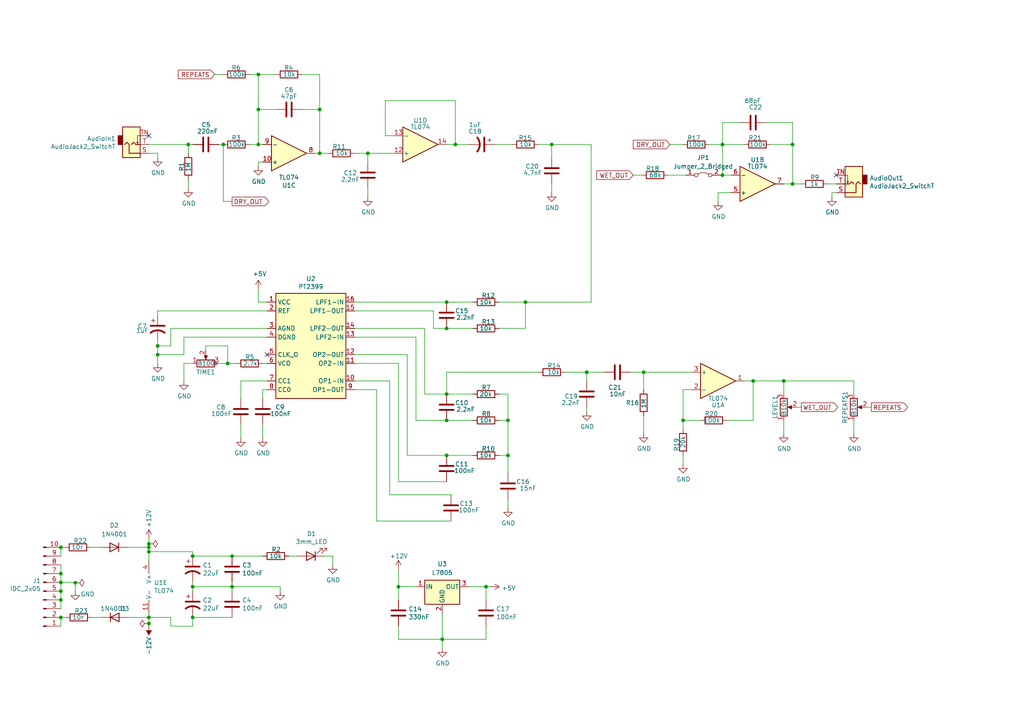
<source format=kicad_sch>
(kicad_sch (version 20230121) (generator eeschema)
  (paper "A4")
  (title_block (title "MiniDelay") (rev "v1.0") (company "benjiaomodular"))
  (junction (at 209.55 41.91))
  (junction (at 147.32 132.08))
  (junction (at 74.93 21.59))
  (junction (at 140.97 170.18))
  (junction (at 198.12 121.92))
  (junction (at 21.844 169.037))
  (junction (at 147.32 121.92))
  (junction (at 186.69 107.95))
  (junction (at 45.72 100.33))
  (junction (at 170.18 107.95))
  (junction (at 43.18 180.848))
  (junction (at 229.87 41.91))
  (junction (at 43.18 158.75))
  (junction (at 152.4 87.63))
  (junction (at 74.93 31.75))
  (junction (at 43.18 179.07))
  (junction (at 17.653 166.37))
  (junction (at 92.71 44.45))
  (junction (at 17.653 173.99))
  (junction (at 218.44 110.49))
  (junction (at 17.653 179.07))
  (junction (at 66.04 105.41))
  (junction (at 227.33 110.49))
  (junction (at 129.54 95.25))
  (junction (at 129.54 87.63))
  (junction (at 92.71 31.75))
  (junction (at 106.68 44.45))
  (junction (at 132.08 41.91))
  (junction (at 64.77 41.91))
  (junction (at 115.57 170.18))
  (junction (at 55.88 170.18))
  (junction (at 129.54 114.3))
  (junction (at 43.18 157.734))
  (junction (at 74.93 41.91))
  (junction (at 160.02 41.91))
  (junction (at 55.88 179.07))
  (junction (at 67.31 161.29))
  (junction (at 129.54 121.92))
  (junction (at 67.31 170.18))
  (junction (at 17.653 168.91))
  (junction (at 128.27 185.42))
  (junction (at 229.87 53.34))
  (junction (at 45.72 102.87))
  (junction (at 55.88 161.29))
  (junction (at 43.18 160.02))
  (junction (at 17.653 158.75))
  (junction (at 209.55 50.8))
  (junction (at 129.54 132.08))
  (junction (at 54.61 41.91))
  (junction (at 17.653 171.45))
  (no_connect (at 77.47 102.87))
  (no_connect (at 242.57 50.8))
  (no_connect (at 43.18 39.37))
  (wire (pts (xy 123.19 114.3) (xy 123.19 95.25)))
  (wire (pts (xy 214.63 35.56) (xy 209.55 35.56)))
  (wire (pts (xy 74.93 31.75) (xy 74.93 41.91)))
  (wire (pts (xy 77.47 95.25) (xy 49.53 95.25)))
  (wire (pts (xy 17.653 179.07) (xy 17.653 181.61)))
  (wire (pts (xy 53.34 102.87) (xy 53.34 97.79)))
  (wire (pts (xy 182.88 107.95) (xy 186.69 107.95)))
  (wire (pts (xy 102.87 110.49) (xy 113.03 110.49)))
  (wire (pts (xy 55.88 170.18) (xy 67.31 170.18)))
  (wire (pts (xy 81.28 170.18) (xy 81.28 171.45)))
  (wire (pts (xy 129.54 121.92) (xy 137.16 121.92)))
  (wire (pts (xy 215.9 41.91) (xy 209.55 41.91)))
  (wire (pts (xy 156.21 107.95) (xy 129.54 107.95)))
  (wire (pts (xy 147.32 132.08) (xy 144.78 132.08)))
  (wire (pts (xy 49.53 181.61) (xy 55.88 181.61)))
  (wire (pts (xy 240.03 53.34) (xy 242.57 53.34)))
  (wire (pts (xy 76.2 46.99) (xy 74.93 46.99)))
  (wire (pts (xy 21.844 169.037) (xy 21.844 171.45)))
  (wire (pts (xy 115.57 139.7) (xy 129.54 139.7)))
  (wire (pts (xy 76.2 105.41) (xy 77.47 105.41)))
  (wire (pts (xy 227.33 110.49) (xy 247.65 110.49)))
  (wire (pts (xy 160.02 55.88) (xy 160.02 53.34)))
  (wire (pts (xy 198.12 132.08) (xy 198.12 134.62)))
  (wire (pts (xy 252.73 118.11) (xy 251.46 118.11)))
  (wire (pts (xy 49.53 100.33) (xy 45.72 100.33)))
  (wire (pts (xy 232.41 118.11) (xy 231.14 118.11)))
  (wire (pts (xy 186.69 125.73) (xy 186.69 120.65)))
  (wire (pts (xy 194.31 41.91) (xy 198.12 41.91)))
  (wire (pts (xy 87.63 21.59) (xy 92.71 21.59)))
  (wire (pts (xy 186.69 107.95) (xy 186.69 113.03)))
  (wire (pts (xy 132.08 29.21) (xy 132.08 41.91)))
  (wire (pts (xy 215.9 110.49) (xy 218.44 110.49)))
  (wire (pts (xy 45.72 99.06) (xy 45.72 100.33)))
  (wire (pts (xy 140.97 170.18) (xy 142.24 170.18)))
  (wire (pts (xy 120.65 97.79) (xy 120.65 121.92)))
  (wire (pts (xy 43.18 156.21) (xy 43.18 157.734)))
  (wire (pts (xy 120.65 121.92) (xy 129.54 121.92)))
  (wire (pts (xy 218.44 110.49) (xy 227.33 110.49)))
  (wire (pts (xy 111.76 39.37) (xy 111.76 29.21)))
  (wire (pts (xy 67.31 168.91) (xy 67.31 170.18)))
  (wire (pts (xy 118.11 132.08) (xy 129.54 132.08)))
  (wire (pts (xy 17.653 173.99) (xy 17.653 176.53)))
  (wire (pts (xy 36.957 158.75) (xy 43.18 158.75)))
  (wire (pts (xy 45.72 100.33) (xy 45.72 102.87)))
  (wire (pts (xy 209.55 35.56) (xy 209.55 41.91)))
  (wire (pts (xy 74.93 87.63) (xy 77.47 87.63)))
  (wire (pts (xy 128.27 177.8) (xy 128.27 185.42)))
  (wire (pts (xy 96.52 161.29) (xy 96.52 163.83)))
  (wire (pts (xy 67.31 170.18) (xy 67.31 171.45)))
  (wire (pts (xy 113.03 143.51) (xy 130.81 143.51)))
  (wire (pts (xy 37.084 179.07) (xy 43.18 179.07)))
  (wire (pts (xy 223.52 41.91) (xy 229.87 41.91)))
  (wire (pts (xy 77.47 90.17) (xy 45.72 90.17)))
  (wire (pts (xy 43.18 179.07) (xy 49.53 179.07)))
  (wire (pts (xy 62.23 21.59) (xy 64.77 21.59)))
  (wire (pts (xy 76.2 127) (xy 76.2 123.19)))
  (wire (pts (xy 125.73 90.17) (xy 125.73 95.25)))
  (wire (pts (xy 87.63 31.75) (xy 92.71 31.75)))
  (wire (pts (xy 200.66 113.03) (xy 198.12 113.03)))
  (wire (pts (xy 66.04 105.41) (xy 63.5 105.41)))
  (wire (pts (xy 92.71 31.75) (xy 92.71 44.45)))
  (wire (pts (xy 125.73 95.25) (xy 129.54 95.25)))
  (wire (pts (xy 55.88 105.41) (xy 53.34 105.41)))
  (wire (pts (xy 45.72 90.17) (xy 45.72 91.44)))
  (wire (pts (xy 43.18 179.07) (xy 43.18 180.848)))
  (wire (pts (xy 208.28 58.42) (xy 208.28 55.88)))
  (wire (pts (xy 92.71 44.45) (xy 91.44 44.45)))
  (wire (pts (xy 123.19 95.25) (xy 102.87 95.25)))
  (wire (pts (xy 69.85 127) (xy 69.85 123.19)))
  (wire (pts (xy 55.88 179.07) (xy 67.31 179.07)))
  (wire (pts (xy 186.69 107.95) (xy 200.66 107.95)))
  (wire (pts (xy 247.65 110.49) (xy 247.65 114.3)))
  (wire (pts (xy 76.2 161.29) (xy 67.31 161.29)))
  (wire (pts (xy 171.45 87.63) (xy 152.4 87.63)))
  (wire (pts (xy 113.03 110.49) (xy 113.03 143.51)))
  (wire (pts (xy 17.653 166.37) (xy 17.653 168.91)))
  (wire (pts (xy 77.47 110.49) (xy 69.85 110.49)))
  (wire (pts (xy 111.76 29.21) (xy 132.08 29.21)))
  (wire (pts (xy 43.18 177.8) (xy 43.18 179.07)))
  (wire (pts (xy 92.71 21.59) (xy 92.71 31.75)))
  (wire (pts (xy 106.68 44.45) (xy 106.68 46.99)))
  (wire (pts (xy 17.653 158.75) (xy 17.653 161.29)))
  (wire (pts (xy 205.74 41.91) (xy 209.55 41.91)))
  (wire (pts (xy 102.87 87.63) (xy 129.54 87.63)))
  (wire (pts (xy 229.87 53.34) (xy 232.41 53.34)))
  (wire (pts (xy 229.87 53.34) (xy 227.33 53.34)))
  (wire (pts (xy 115.57 170.18) (xy 115.57 173.99)))
  (wire (pts (xy 55.88 161.29) (xy 55.88 160.02)))
  (wire (pts (xy 218.44 110.49) (xy 218.44 121.92)))
  (wire (pts (xy 152.4 87.63) (xy 152.4 95.25)))
  (wire (pts (xy 143.51 41.91) (xy 148.59 41.91)))
  (wire (pts (xy 144.78 114.3) (xy 147.32 114.3)))
  (wire (pts (xy 130.81 151.13) (xy 109.22 151.13)))
  (wire (pts (xy 49.53 179.07) (xy 49.53 181.61)))
  (wire (pts (xy 222.25 35.56) (xy 229.87 35.56)))
  (wire (pts (xy 128.27 185.42) (xy 128.27 187.96)))
  (wire (pts (xy 170.18 110.49) (xy 170.18 107.95)))
  (wire (pts (xy 66.04 100.33) (xy 59.69 100.33)))
  (wire (pts (xy 203.2 121.92) (xy 198.12 121.92)))
  (wire (pts (xy 147.32 121.92) (xy 144.78 121.92)))
  (wire (pts (xy 17.653 179.07) (xy 19.05 179.07)))
  (wire (pts (xy 147.32 114.3) (xy 147.32 121.92)))
  (wire (pts (xy 135.89 41.91) (xy 132.08 41.91)))
  (wire (pts (xy 115.57 105.41) (xy 115.57 139.7)))
  (wire (pts (xy 137.16 132.08) (xy 129.54 132.08)))
  (wire (pts (xy 106.68 57.15) (xy 106.68 54.61)))
  (wire (pts (xy 55.88 161.29) (xy 67.31 161.29)))
  (wire (pts (xy 129.54 114.3) (xy 137.16 114.3)))
  (wire (pts (xy 115.57 181.61) (xy 115.57 185.42)))
  (wire (pts (xy 17.653 163.83) (xy 17.653 166.37)))
  (wire (pts (xy 49.53 95.25) (xy 49.53 100.33)))
  (wire (pts (xy 17.653 168.91) (xy 17.653 171.45)))
  (wire (pts (xy 209.55 50.8) (xy 212.09 50.8)))
  (wire (pts (xy 45.72 102.87) (xy 53.34 102.87)))
  (wire (pts (xy 229.87 41.91) (xy 229.87 53.34)))
  (wire (pts (xy 92.71 44.45) (xy 95.25 44.45)))
  (wire (pts (xy 43.18 157.734) (xy 43.18 158.75)))
  (wire (pts (xy 109.22 113.03) (xy 102.87 113.03)))
  (wire (pts (xy 76.2 113.03) (xy 76.2 115.57)))
  (wire (pts (xy 135.89 170.18) (xy 140.97 170.18)))
  (wire (pts (xy 227.33 110.49) (xy 227.33 114.3)))
  (wire (pts (xy 83.82 161.29) (xy 86.36 161.29)))
  (wire (pts (xy 77.47 113.03) (xy 76.2 113.03)))
  (wire (pts (xy 55.88 181.61) (xy 55.88 179.07)))
  (wire (pts (xy 80.01 21.59) (xy 74.93 21.59)))
  (wire (pts (xy 63.5 41.91) (xy 64.77 41.91)))
  (wire (pts (xy 43.18 41.91) (xy 54.61 41.91)))
  (wire (pts (xy 241.3 55.88) (xy 242.57 55.88)))
  (wire (pts (xy 55.88 170.18) (xy 55.88 171.45)))
  (wire (pts (xy 160.02 41.91) (xy 171.45 41.91)))
  (wire (pts (xy 93.98 161.29) (xy 96.52 161.29)))
  (wire (pts (xy 129.54 107.95) (xy 129.54 114.3)))
  (wire (pts (xy 227.33 125.73) (xy 227.33 121.92)))
  (wire (pts (xy 209.55 41.91) (xy 209.55 50.8)))
  (wire (pts (xy 67.31 170.18) (xy 81.28 170.18)))
  (wire (pts (xy 198.882 50.8) (xy 193.802 50.8)))
  (wire (pts (xy 115.57 170.18) (xy 120.65 170.18)))
  (wire (pts (xy 72.39 21.59) (xy 74.93 21.59)))
  (wire (pts (xy 140.97 170.18) (xy 140.97 173.99)))
  (wire (pts (xy 102.87 105.41) (xy 115.57 105.41)))
  (wire (pts (xy 118.11 102.87) (xy 118.11 132.08)))
  (wire (pts (xy 152.4 95.25) (xy 144.78 95.25)))
  (wire (pts (xy 74.93 41.91) (xy 72.39 41.91)))
  (wire (pts (xy 109.22 151.13) (xy 109.22 113.03)))
  (wire (pts (xy 54.61 41.91) (xy 54.61 44.45)))
  (wire (pts (xy 102.87 97.79) (xy 120.65 97.79)))
  (wire (pts (xy 170.18 107.95) (xy 163.83 107.95)))
  (wire (pts (xy 21.844 168.91) (xy 21.844 169.037)))
  (wire (pts (xy 17.653 158.75) (xy 18.796 158.75)))
  (wire (pts (xy 171.45 41.91) (xy 171.45 87.63)))
  (wire (pts (xy 59.69 100.33) (xy 59.69 101.6)))
  (wire (pts (xy 43.18 160.02) (xy 55.88 160.02)))
  (wire (pts (xy 43.18 44.45) (xy 45.72 44.45)))
  (wire (pts (xy 64.77 58.42) (xy 67.31 58.42)))
  (wire (pts (xy 66.04 105.41) (xy 66.04 100.33)))
  (wire (pts (xy 229.87 35.56) (xy 229.87 41.91)))
  (wire (pts (xy 54.61 54.61) (xy 54.61 52.07)))
  (wire (pts (xy 147.32 132.08) (xy 147.32 137.16)))
  (wire (pts (xy 114.3 39.37) (xy 111.76 39.37)))
  (wire (pts (xy 26.67 179.07) (xy 29.464 179.07)))
  (wire (pts (xy 43.18 158.75) (xy 43.18 160.02)))
  (wire (pts (xy 74.93 83.82) (xy 74.93 87.63)))
  (wire (pts (xy 68.58 105.41) (xy 66.04 105.41)))
  (wire (pts (xy 128.27 185.42) (xy 140.97 185.42)))
  (wire (pts (xy 102.87 90.17) (xy 125.73 90.17)))
  (wire (pts (xy 156.21 41.91) (xy 160.02 41.91)))
  (wire (pts (xy 53.34 105.41) (xy 53.34 110.49)))
  (wire (pts (xy 74.93 41.91) (xy 76.2 41.91)))
  (wire (pts (xy 55.88 168.91) (xy 55.88 170.18)))
  (wire (pts (xy 114.3 44.45) (xy 106.68 44.45)))
  (wire (pts (xy 137.16 87.63) (xy 129.54 87.63)))
  (wire (pts (xy 45.72 44.45) (xy 45.72 45.72)))
  (wire (pts (xy 53.34 97.79) (xy 77.47 97.79)))
  (wire (pts (xy 140.97 185.42) (xy 140.97 181.61)))
  (wire (pts (xy 115.57 165.1) (xy 115.57 170.18)))
  (wire (pts (xy 183.642 50.8) (xy 186.182 50.8)))
  (wire (pts (xy 64.77 41.91) (xy 64.77 58.42)))
  (wire (pts (xy 175.26 107.95) (xy 170.18 107.95)))
  (wire (pts (xy 160.02 41.91) (xy 160.02 45.72)))
  (wire (pts (xy 147.32 147.32) (xy 147.32 144.78)))
  (wire (pts (xy 17.653 171.45) (xy 17.653 173.99)))
  (wire (pts (xy 247.65 125.73) (xy 247.65 121.92)))
  (wire (pts (xy 208.28 55.88) (xy 212.09 55.88)))
  (wire (pts (xy 102.87 102.87) (xy 118.11 102.87)))
  (wire (pts (xy 43.18 160.02) (xy 43.18 162.56)))
  (wire (pts (xy 17.653 168.91) (xy 21.844 168.91)))
  (wire (pts (xy 102.87 44.45) (xy 106.68 44.45)))
  (wire (pts (xy 55.88 41.91) (xy 54.61 41.91)))
  (wire (pts (xy 115.57 185.42) (xy 128.27 185.42)))
  (wire (pts (xy 147.32 121.92) (xy 147.32 132.08)))
  (wire (pts (xy 209.042 50.8) (xy 209.55 50.8)))
  (wire (pts (xy 123.19 114.3) (xy 129.54 114.3)))
  (wire (pts (xy 241.3 57.15) (xy 241.3 55.88)))
  (wire (pts (xy 198.12 113.03) (xy 198.12 121.92)))
  (wire (pts (xy 69.85 110.49) (xy 69.85 115.57)))
  (wire (pts (xy 26.416 158.75) (xy 29.337 158.75)))
  (wire (pts (xy 74.93 21.59) (xy 74.93 31.75)))
  (wire (pts (xy 129.54 95.25) (xy 137.16 95.25)))
  (wire (pts (xy 43.18 180.848) (xy 43.18 181.61)))
  (wire (pts (xy 132.08 41.91) (xy 129.54 41.91)))
  (wire (pts (xy 45.72 102.87) (xy 45.72 105.41)))
  (wire (pts (xy 144.78 87.63) (xy 152.4 87.63)))
  (wire (pts (xy 170.18 119.38) (xy 170.18 118.11)))
  (wire (pts (xy 198.12 121.92) (xy 198.12 124.46)))
  (wire (pts (xy 218.44 121.92) (xy 210.82 121.92)))
  (wire (pts (xy 80.01 31.75) (xy 74.93 31.75)))
  (wire (pts (xy 74.93 46.99) (xy 74.93 48.26)))
  (global_label "WET_OUT" (shape output) (at 232.41 118.11 0) (property "Intersheetrefs" "${INTERSHEET_REFS}" (effects hide)))
  (global_label "WET_OUT" (shape input) (at 183.642 50.8 180) (property "Intersheetrefs" "${INTERSHEET_REFS}" (effects hide)))
  (global_label "REPEATS" (shape output) (at 252.73 118.11 0) (property "Intersheetrefs" "${INTERSHEET_REFS}" (effects hide)))
  (global_label "DRY_OUT" (shape output) (at 67.31 58.42 0) (property "Intersheetrefs" "${INTERSHEET_REFS}" (effects hide)))
  (global_label "REPEATS" (shape input) (at 62.23 21.59 180) (property "Intersheetrefs" "${INTERSHEET_REFS}" (effects hide)))
  (global_label "DRY_OUT" (shape input) (at 194.31 41.91 180) (property "Intersheetrefs" "${INTERSHEET_REFS}" (effects hide)))
  (symbol (lib_id "Connector:AudioJack2_SwitchT") (at 38.1 41.91 0) (mirror x) (unit 1)
    (property "Reference" "AudioIn1" (at 33.5534 40.2082 0) (effects (justify right)))
    (property "Value" "AudioJack2_SwitchT" (at 33.5534 42.5196 0) (effects (justify right)))
    (property "Footprint" "benjiaomodular:AudioJack_3.5mm" (effects hide))
    (property "Type" "Thru-hole" (effects hide))
    (property "Manufacturers Name" "Tayda Electronics" (effects hide))
    (property "Manufacturers Part Number" "PJ-3001F" (effects hide))
    (property "Mfg #" "PJ-3001F" (effects hide))
    (property "Part Description" "PJ-3001F 3.5mm Mono Phone Jack" (effects hide))
  )
  (symbol (lib_id "Connector:AudioJack2_SwitchT") (at 247.65 53.34 180) (unit 1)
    (property "Reference" "AudioOut1" (at 252.222 51.6382 0) (effects (justify right)))
    (property "Value" "AudioJack2_SwitchT" (at 252.222 53.9496 0) (effects (justify right)))
    (property "Footprint" "benjiaomodular:AudioJack_3.5mm" (effects hide))
    (property "Type" "Thru-hole" (effects hide))
    (property "Manufacturers Name" "Tayda Electronics" (effects hide))
    (property "Manufacturers Part Number" "PJ-3001F" (effects hide))
    (property "Mfg #" "PJ-3001F" (effects hide))
    (property "Part Description" "PJ-3001F 3.5mm Mono Phone Jack" (effects hide))
  )
  (symbol (lib_id "Device:R") (at 54.61 48.26 180) (unit 1)
    (property "Reference" "R1" (at 52.705 46.99 90) (effects (justify left)))
    (property "Value" "1M" (at 54.61 46.99 90) (effects (justify left)))
    (property "Footprint" "Resistor_SMD:R_0603_1608Metric_Pad0.98x0.95mm_HandSolder" (effects hide))
    (property "LCSC Part #" "C105578" (effects hide))
    (property "Mfg #" "RC0603FR-071ML" (effects hide))
    (property "Manufacturers Name" "YAGEO" (effects hide))
    (property "Manufacturers Part Number" "RC0603FR-071ML" (effects hide))
    (property "Type" "Surface mount" (effects hide))
    (property "Package" "0603" (effects hide))
    (property "Part Description" "Thick Film Resistors - SMD 1 MOhms 100mW 0603 1% " (effects hide))
  )
  (symbol (lib_id "Device:C") (at 59.69 41.91 270) (unit 1)
    (property "Reference" "C5" (at 58.42 36.195 90) (effects (justify left)))
    (property "Value" "220nF" (at 57.15 38.1 90) (effects (justify left)))
    (property "Footprint" "Capacitor_SMD:C_0603_1608Metric_Pad1.08x0.95mm_HandSolder" (effects hide))
    (property "LCSC Part #" "C97857" (effects hide))
    (property "Mfg #" "GCM188R71H224KA64D" (effects hide))
    (property "Manufacturers Part Number" "GCM188R71H224KA64D" (effects hide))
    (property "Manufacturers Name" "Murata Electronics" (effects hide))
    (property "Type" "Surface mount" (effects hide))
    (property "Package" "0603" (effects hide))
    (property "Part Description" "Multilayer Ceramic Capacitors MLCC - SMD/SMT .22UF 50V 10% 0603" (effects hide))
  )
  (symbol (lib_id "power:GND") (at 54.61 54.61 0) (unit 1)
    (property "Reference" "#PWR04" (effects hide))
    (property "Value" "GND" (at 54.737 59.0042 0))
  )
  (symbol (lib_id "power:GND") (at 74.93 48.26 0) (unit 1)
    (property "Reference" "#PWR06" (effects hide))
    (property "Value" "GND" (at 75.057 52.6542 0))
  )
  (symbol (lib_id "Device:R") (at 236.22 53.34 270) (unit 1)
    (property "Reference" "R9" (at 234.95 51.435 90) (effects (justify left)))
    (property "Value" "1k" (at 234.95 53.34 90) (effects (justify left)))
    (property "Footprint" "Resistor_SMD:R_0603_1608Metric_Pad0.98x0.95mm_HandSolder" (effects hide))
    (property "LCSC Part #" "C22548" (effects hide))
    (property "Mfg #" "RC0603FR-071KL" (effects hide))
    (property "Manufacturers Name" "YAGEO" (effects hide))
    (property "Manufacturers Part Number" "RC0603FR-071KL" (effects hide))
    (property "Type" "Surface mount" (effects hide))
    (property "Package" "0603" (effects hide))
    (property "Part Description" "Thick Film Resistors - SMD 1 kOhms 100mW 0603 1% " (effects hide))
  )
  (symbol (lib_id "Device:R") (at 99.06 44.45 90) (unit 1)
    (property "Reference" "R11" (at 100.33 42.545 90) (effects (justify left)))
    (property "Value" "10k" (at 100.965 44.45 90) (effects (justify left)))
    (property "Footprint" "Resistor_SMD:R_0603_1608Metric_Pad0.98x0.95mm_HandSolder" (effects hide))
    (property "LCSC Part #" "C116677" (effects hide))
    (property "Mfg #" "AC0603FR-0710KL" (effects hide))
    (property "Manufacturers Part Number" "AC0603FR-0710KL" (effects hide))
    (property "Manufacturers Name" "YAGEO" (effects hide))
    (property "Package" "0603" (effects hide))
    (property "Type" "Surface mount" (effects hide))
    (property "Part Description" "Thick Film Resistors - SMD 10 kOhms 100mW 0603 1% AEC-Q200 " (effects hide))
  )
  (symbol (lib_id "power:GND") (at 45.72 45.72 0) (unit 1)
    (property "Reference" "#PWR03" (effects hide))
    (property "Value" "GND" (at 45.847 50.1142 0))
  )
  (symbol (lib_id "power:GND") (at 241.3 57.15 0) (unit 1)
    (property "Reference" "#PWR011" (effects hide))
    (property "Value" "GND" (at 241.427 61.5442 0))
  )
  (symbol (lib_id "Audio:PT2399") (at 90.17 100.33 0) (unit 1)
    (property "Reference" "U2" (at 90.17 80.8482 0))
    (property "Value" "PT2399" (at 90.17 83.1596 0))
    (property "Footprint" "Package_SO:SOP-16_4.55x10.3mm_P1.27mm" (effects hide))
    (property "Datasheet" "https://datasheet.lcsc.com/lcsc/1808031633_PTC-Princeton-Tech-PT2399-SN_C126407.pdf" (effects hide))
    (property "LCSC Part #" "C126407" (effects hide))
    (property "Mfg #" "PT2399-SN " (effects hide))
    (property "Manufacturers Part Number" "PT2399-SN" (effects hide))
    (property "Manufacturers Name" "PTC(Princeton Tech)" (effects hide))
    (property "Package" "SOP-16_150mil" (effects hide))
    (property "Type" "Surface mount" (effects hide))
    (property "Part Description" "SOP-16_150mil Audio Interface ICs ROHS" (effects hide))
  )
  (symbol (lib_id "Device:C") (at 106.68 50.8 180) (unit 1)
    (property "Reference" "C12" (at 101.6 50.165 0))
    (property "Value" "2.2nF" (at 101.6 52.07 0))
    (property "Footprint" "Capacitor_SMD:C_0603_1608Metric_Pad1.08x0.95mm_HandSolder" (effects hide))
    (property "Mfg #" "CC0603JRNPO9BN222" (effects hide))
    (property "LCSC Part #" "C107043" (effects hide))
    (property "Manufacturers Part Number" "CC0603JRNPO9BN222" (effects hide))
    (property "Manufacturers Name" "YAGEO" (effects hide))
    (property "Type" "Surface mount" (effects hide))
    (property "Package" "0603" (effects hide))
    (property "Part Description" "Multilayer Ceramic Capacitors MLCC - SMD/SMT 50V 2200pF C0G 0603 5% " (effects hide))
  )
  (symbol (lib_id "power:GND") (at 106.68 57.15 0) (unit 1)
    (property "Reference" "#PWR015" (effects hide))
    (property "Value" "GND" (at 106.807 61.5442 0))
  )
  (symbol (lib_id "Amplifier_Operational:TL074") (at 208.28 110.49 0) (unit 1)
    (property "Reference" "U1" (at 208.28 117.475 0))
    (property "Value" "TL074" (at 208.28 115.57 0))
    (property "Footprint" "Package_SO:SOIC-14_3.9x8.7mm_P1.27mm" (effects hide))
    (property "Datasheet" "http://www.ti.com/lit/ds/symlink/tl071.pdf" (effects hide))
    (property "LCSC Part #" "C107644" (effects hide))
    (property "Mfg #" "TL074IDT" (effects hide))
    (property "Manufacturers Part Number" "TL074IDT" (effects hide))
    (property "Manufacturers Name" "STMicroelectronics" (effects hide))
    (property "Type" "Surface mount" (effects hide))
    (property "Package" "SOIC-14_150mil" (effects hide))
    (property "Part Description" "Operational Amplifiers - Op Amps Quad Low Noise JFET" (effects hide))
  )
  (symbol (lib_id "Device:C") (at 115.57 177.8 0) (unit 1)
    (property "Reference" "C14" (at 118.491 176.6316 0) (effects (justify left)))
    (property "Value" "330nF" (at 118.491 178.943 0) (effects (justify left)))
    (property "Footprint" "Capacitor_SMD:C_0603_1608Metric_Pad1.08x0.95mm_HandSolder" (effects hide))
    (property "Mfg #" "CC0603KRX7R8BB334" (effects hide))
    (property "LCSC Part #" "C107070" (effects hide))
    (property "Manufacturers Part Number" "CC0603KRX7R8BB334" (effects hide))
    (property "Manufacturers Name" "YAGEO" (effects hide))
    (property "Type" "Surface mount" (effects hide))
    (property "Package" "0603" (effects hide))
    (property "Part Description" "Multilayer Ceramic Capacitors MLCC - SMD/SMT 25V 0.33uF X7R 0603 10% " (effects hide))
  )
  (symbol (lib_id "Device:C") (at 140.97 177.8 0) (unit 1)
    (property "Reference" "C17" (at 143.891 176.6316 0) (effects (justify left)))
    (property "Value" "100nF" (at 143.891 178.943 0) (effects (justify left)))
    (property "Footprint" "Capacitor_SMD:C_0603_1608Metric_Pad1.08x0.95mm_HandSolder" (effects hide))
    (property "Mfg #" "CC0603JRX7R9BB104" (effects hide))
    (property "LCSC Part #" "C91183" (effects hide))
    (property "Manufacturers Part Number" "CC0603JRX7R9BB104" (effects hide))
    (property "Manufacturers Name" "YAGEO" (effects hide))
    (property "Type" "Surface mount" (effects hide))
    (property "Package" "0603" (effects hide))
    (property "Part Description" "Multilayer Ceramic Capacitors MLCC - SMD/SMT 50 V 0.1uF X7R 0603 5% " (effects hide))
  )
  (symbol (lib_id "power:GND") (at 128.27 187.96 0) (unit 1)
    (property "Reference" "#PWR017" (effects hide))
    (property "Value" "GND" (at 128.397 192.3542 0))
  )
  (symbol (lib_id "power:+12V") (at 43.18 156.21 0) (unit 1)
    (property "Reference" "#PWR02" (effects hide))
    (property "Value" "+12V" (at 43.18 153.035 90) (effects (justify left)))
  )
  (symbol (lib_id "Amplifier_Operational:TL074") (at 219.71 53.34 0) (mirror x) (unit 2)
    (property "Reference" "U1" (at 219.71 46.355 0))
    (property "Value" "TL074" (at 219.71 48.26 0))
    (property "Footprint" "Package_SO:SOIC-14_3.9x8.7mm_P1.27mm" (effects hide))
    (property "Datasheet" "http://www.ti.com/lit/ds/symlink/tl071.pdf" (effects hide))
    (property "LCSC Part #" "C107644" (effects hide))
    (property "Mfg #" "TL074IDT" (effects hide))
    (property "Manufacturers Part Number" "TL074IDT" (effects hide))
    (property "Manufacturers Name" "STMicroelectronics" (effects hide))
    (property "Type" "Surface mount" (effects hide))
    (property "Package" "SOIC-14_150mil" (effects hide))
    (property "Part Description" "Operational Amplifiers - Op Amps Quad Low Noise JFET" (effects hide))
  )
  (symbol (lib_id "power:-12V") (at 43.18 181.61 180) (unit 1)
    (property "Reference" "#PWR01" (effects hide))
    (property "Value" "-12V" (at 43.18 187.325 90))
  )
  (symbol (lib_id "MiniDelay-rescue:CP1-Device") (at 55.88 165.1 0) (unit 1)
    (property "Reference" "C1" (at 58.801 163.9316 0) (effects (justify left)))
    (property "Value" "22uF" (at 58.801 166.243 0) (effects (justify left)))
    (property "Footprint" "Capacitor_SMD:C_0805_2012Metric_Pad1.18x1.45mm_HandSolder" (effects hide))
    (property "LCSC Part #" "C49678" (effects hide))
    (property "Mfg #" "CC0805KRX7R9BB104" (effects hide))
    (property "Manufacturers Part Number" "CC0805KRX7R9BB104" (effects hide))
    (property "Manufacturers Name" "YAGEO" (effects hide))
    (property "Type" "Surface mount" (effects hide))
    (property "Package" "0805" (effects hide))
    (property "Part Description" "Multilayer Ceramic Capacitors MLCC - SMD/SMT 50 V 0.1uF X7R 0805 10% " (effects hide))
  )
  (symbol (lib_id "MiniDelay-rescue:CP1-Device") (at 55.88 175.26 0) (unit 1)
    (property "Reference" "C2" (at 58.801 174.0916 0) (effects (justify left)))
    (property "Value" "22uF" (at 58.801 176.403 0) (effects (justify left)))
    (property "Footprint" "Capacitor_SMD:C_0805_2012Metric_Pad1.18x1.45mm_HandSolder" (effects hide))
    (property "LCSC Part #" "C49678" (effects hide))
    (property "Mfg #" "CC0805KRX7R9BB104" (effects hide))
    (property "Manufacturers Part Number" "CC0805KRX7R9BB104" (effects hide))
    (property "Manufacturers Name" "YAGEO" (effects hide))
    (property "Type" "Surface mount" (effects hide))
    (property "Package" "0805" (effects hide))
    (property "Part Description" "Multilayer Ceramic Capacitors MLCC - SMD/SMT 50 V 0.1uF X7R 0805 10% " (effects hide))
  )
  (symbol (lib_id "power:+12V") (at 115.57 165.1 0) (unit 1)
    (property "Reference" "#PWR014" (effects hide))
    (property "Value" "+12V" (at 113.03 161.29 0) (effects (justify left)))
  )
  (symbol (lib_id "power:+5V") (at 142.24 170.18 270) (unit 1)
    (property "Reference" "#PWR018" (effects hide))
    (property "Value" "+5V" (at 145.4912 170.561 90) (effects (justify left)))
  )
  (symbol (lib_id "Device:C") (at 67.31 165.1 0) (unit 1)
    (property "Reference" "C3" (at 70.231 163.9316 0) (effects (justify left)))
    (property "Value" "100nF" (at 70.231 166.243 0) (effects (justify left)))
    (property "Footprint" "Capacitor_SMD:C_0603_1608Metric_Pad1.08x0.95mm_HandSolder" (effects hide))
    (property "Mfg #" "CC0603JRX7R9BB104" (effects hide))
    (property "LCSC Part #" "C91183" (effects hide))
    (property "Manufacturers Part Number" "CC0603JRX7R9BB104" (effects hide))
    (property "Manufacturers Name" "YAGEO" (effects hide))
    (property "Type" "Surface mount" (effects hide))
    (property "Package" "0603" (effects hide))
    (property "Part Description" "Multilayer Ceramic Capacitors MLCC - SMD/SMT 50 V 0.1uF X7R 0603 5% " (effects hide))
  )
  (symbol (lib_id "Device:C") (at 67.31 175.26 0) (unit 1)
    (property "Reference" "C4" (at 70.231 174.0916 0) (effects (justify left)))
    (property "Value" "100nF" (at 70.231 176.403 0) (effects (justify left)))
    (property "Footprint" "Capacitor_SMD:C_0603_1608Metric_Pad1.08x0.95mm_HandSolder" (effects hide))
    (property "Mfg #" "CC0603JRX7R9BB104" (effects hide))
    (property "LCSC Part #" "C91183" (effects hide))
    (property "Manufacturers Part Number" "CC0603JRX7R9BB104" (effects hide))
    (property "Manufacturers Name" "YAGEO" (effects hide))
    (property "Type" "Surface mount" (effects hide))
    (property "Package" "0603" (effects hide))
    (property "Part Description" "Multilayer Ceramic Capacitors MLCC - SMD/SMT 50 V 0.1uF X7R 0603 5% " (effects hide))
  )
  (symbol (lib_id "Device:R") (at 140.97 114.3 270) (unit 1)
    (property "Reference" "R7" (at 139.7 112.395 90) (effects (justify left)))
    (property "Value" "20k" (at 139.065 114.3 90) (effects (justify left)))
    (property "Footprint" "Resistor_SMD:R_0603_1608Metric_Pad0.98x0.95mm_HandSolder" (effects hide))
    (property "LCSC Part #" "C105575" (effects hide))
    (property "Mfg #" "RC0603FR-0720KL" (effects hide))
    (property "Manufacturers Name" "YAGEO" (effects hide))
    (property "Manufacturers Part Number" "RC0603FR-0720KL" (effects hide))
    (property "Type" "Surface mount" (effects hide))
    (property "Package" "0603" (effects hide))
    (property "Part Description" "Thick Film Resistors - SMD 20 kOhms 100mW 0603 1%" (effects hide))
  )
  (symbol (lib_id "Device:R") (at 140.97 121.92 270) (unit 1)
    (property "Reference" "R8" (at 139.7 120.015 90) (effects (justify left)))
    (property "Value" "10k" (at 139.065 121.92 90) (effects (justify left)))
    (property "Footprint" "Resistor_SMD:R_0603_1608Metric_Pad0.98x0.95mm_HandSolder" (effects hide))
    (property "LCSC Part #" "C116677" (effects hide))
    (property "Mfg #" "AC0603FR-0710KL" (effects hide))
    (property "Manufacturers Part Number" "AC0603FR-0710KL" (effects hide))
    (property "Manufacturers Name" "YAGEO" (effects hide))
    (property "Package" "0603" (effects hide))
    (property "Type" "Surface mount" (effects hide))
    (property "Part Description" "Thick Film Resistors - SMD 10 kOhms 100mW 0603 1% AEC-Q200 " (effects hide))
  )
  (symbol (lib_id "Device:C") (at 129.54 118.11 180) (unit 1)
    (property "Reference" "C10" (at 135.89 116.84 0) (effects (justify left)))
    (property "Value" "2.2nF" (at 137.795 118.745 0) (effects (justify left)))
    (property "Footprint" "Capacitor_SMD:C_0603_1608Metric_Pad1.08x0.95mm_HandSolder" (effects hide))
    (property "Mfg #" "CC0603JRNPO9BN222" (effects hide))
    (property "LCSC Part #" "C107043" (effects hide))
    (property "Manufacturers Part Number" "CC0603JRNPO9BN222" (effects hide))
    (property "Manufacturers Name" "YAGEO" (effects hide))
    (property "Type" "Surface mount" (effects hide))
    (property "Package" "0603" (effects hide))
    (property "Part Description" "Multilayer Ceramic Capacitors MLCC - SMD/SMT 50V 2200pF C0G 0603 5% " (effects hide))
  )
  (symbol (lib_id "Device:R") (at 68.58 21.59 90) (unit 1)
    (property "Reference" "R6" (at 69.85 19.685 90) (effects (justify left)))
    (property "Value" "100k" (at 71.12 21.59 90) (effects (justify left)))
    (property "Footprint" "Resistor_SMD:R_0603_1608Metric_Pad0.98x0.95mm_HandSolder" (effects hide))
    (property "LCSC Part #" "C14675" (effects hide))
    (property "Mfg #" "RC0603FR-07100KL" (effects hide))
    (property "Manufacturers Name" "YAGEO" (effects hide))
    (property "Manufacturers Part Number" "RC0603FR-07100KL" (effects hide))
    (property "Type" "Surface mount" (effects hide))
    (property "Package" "0603" (effects hide))
    (property "Part Description" "Thick Film Resistors - SMD 100 kOhms 100mW 0603 1%" (effects hide))
  )
  (symbol (lib_id "power:GND") (at 81.28 171.45 0) (unit 1)
    (property "Reference" "#PWR05" (effects hide))
    (property "Value" "GND" (at 81.407 175.8442 0))
  )
  (symbol (lib_id "Device:R") (at 80.01 161.29 270) (unit 1)
    (property "Reference" "R2" (at 78.74 159.385 90) (effects (justify left)))
    (property "Value" "10k" (at 78.105 161.29 90) (effects (justify left)))
    (property "Footprint" "Resistor_SMD:R_0603_1608Metric_Pad0.98x0.95mm_HandSolder" (effects hide))
    (property "LCSC Part #" "C116677" (effects hide))
    (property "Mfg #" "AC0603FR-0710KL" (effects hide))
    (property "Manufacturers Part Number" "AC0603FR-0710KL" (effects hide))
    (property "Manufacturers Name" "YAGEO" (effects hide))
    (property "Package" "0603" (effects hide))
    (property "Type" "Surface mount" (effects hide))
    (property "Part Description" "Thick Film Resistors - SMD 10 kOhms 100mW 0603 1% AEC-Q200 " (effects hide))
  )
  (symbol (lib_id "Device:LED") (at 90.17 161.29 180) (unit 1)
    (property "Reference" "D1" (at 90.3478 154.813 0))
    (property "Value" "3mm_LED" (at 90.3478 157.1244 0))
    (property "Footprint" "LED_THT:LED_D3.0mm" (effects hide))
    (property "LCSC Part #" "C2856645" (effects hide))
    (property "Manufacturers Name" "EKINGLUX" (effects hide))
    (property "Manufacturers Part Number" "EL304RD" (effects hide))
    (property "Mfg #" "EL304RD" (effects hide))
    (property "Type" "Thru-hole" (effects hide))
    (property "Part Description" "3.0mm Round Through Hole LED" (effects hide))
  )
  (symbol (lib_id "power:GND") (at 96.52 163.83 0) (unit 1)
    (property "Reference" "#PWR07" (effects hide))
    (property "Value" "GND" (at 96.647 168.2242 0))
  )
  (symbol (lib_id "Device:R") (at 68.58 41.91 90) (unit 1)
    (property "Reference" "R3" (at 69.85 40.005 90) (effects (justify left)))
    (property "Value" "100k" (at 71.12 41.91 90) (effects (justify left)))
    (property "Footprint" "Resistor_SMD:R_0603_1608Metric_Pad0.98x0.95mm_HandSolder" (effects hide))
    (property "LCSC Part #" "C14675" (effects hide))
    (property "Mfg #" "RC0603FR-07100KL" (effects hide))
    (property "Manufacturers Name" "YAGEO" (effects hide))
    (property "Manufacturers Part Number" "RC0603FR-07100KL" (effects hide))
    (property "Type" "Surface mount" (effects hide))
    (property "Package" "0603" (effects hide))
    (property "Part Description" "Thick Film Resistors - SMD 100 kOhms 100mW 0603 1%" (effects hide))
  )
  (symbol (lib_id "Device:R") (at 83.82 21.59 90) (unit 1)
    (property "Reference" "R4" (at 85.09 19.685 90) (effects (justify left)))
    (property "Value" "10k" (at 85.725 21.59 90) (effects (justify left)))
    (property "Footprint" "Resistor_SMD:R_0603_1608Metric_Pad0.98x0.95mm_HandSolder" (effects hide))
    (property "LCSC Part #" "C116677" (effects hide))
    (property "Mfg #" "AC0603FR-0710KL" (effects hide))
    (property "Manufacturers Part Number" "AC0603FR-0710KL" (effects hide))
    (property "Manufacturers Name" "YAGEO" (effects hide))
    (property "Package" "0603" (effects hide))
    (property "Type" "Surface mount" (effects hide))
    (property "Part Description" "Thick Film Resistors - SMD 10 kOhms 100mW 0603 1% AEC-Q200 " (effects hide))
  )
  (symbol (lib_id "Device:C") (at 83.82 31.75 270) (unit 1)
    (property "Reference" "C6" (at 83.82 26.035 90))
    (property "Value" "47pF" (at 83.82 27.94 90))
    (property "Footprint" "Capacitor_SMD:C_0603_1608Metric_Pad1.08x0.95mm_HandSolder" (effects hide))
    (property "LCSC Part #" "C105622" (effects hide))
    (property "Mfg #" "CC0603JRNPO9BN470" (effects hide))
    (property "Manufacturers Part Number" "CC0603JRNPO9BN470" (effects hide))
    (property "Manufacturers Name" "YAGEO" (effects hide))
    (property "Type" "Surface mount" (effects hide))
    (property "Package" "0603" (effects hide))
    (property "Part Description" "Multilayer Ceramic Capacitors MLCC - SMD/SMT 50 V 47 pF C0G 0603 5% " (effects hide))
  )
  (symbol (lib_id "MiniDelay-rescue:CP1-Device") (at 139.7 41.91 270) (unit 1)
    (property "Reference" "C18" (at 137.795 38.1 90))
    (property "Value" "1uF" (at 137.795 36.195 90))
    (property "Footprint" "Capacitor_SMD:C_0603_1608Metric_Pad1.08x0.95mm_HandSolder" (effects hide))
    (property "Mfg #" "UMK107AB7105KA-T" (effects hide))
    (property "LCSC Part #" "C105174" (effects hide))
    (property "Manufacturers Part Number" "UMK107AB7105KA-T" (effects hide))
    (property "Manufacturers Name" "Taiyo Yuden" (effects hide))
    (property "Type" "Surface mount" (effects hide))
    (property "Package" "0603" (effects hide))
    (property "Part Description" "Multilayer Ceramic Capacitors MLCC - SMD/SMT 0603 50VDC 1uF 10% X7R" (effects hide))
  )
  (symbol (lib_id "Device:R") (at 160.02 107.95 270) (unit 1)
    (property "Reference" "R14" (at 158.75 106.045 90) (effects (justify left)))
    (property "Value" "10k" (at 158.75 107.95 90) (effects (justify left)))
    (property "Footprint" "Resistor_SMD:R_0603_1608Metric_Pad0.98x0.95mm_HandSolder" (effects hide))
    (property "LCSC Part #" "C116677" (effects hide))
    (property "Mfg #" "AC0603FR-0710KL" (effects hide))
    (property "Manufacturers Part Number" "AC0603FR-0710KL" (effects hide))
    (property "Manufacturers Name" "YAGEO" (effects hide))
    (property "Package" "0603" (effects hide))
    (property "Type" "Surface mount" (effects hide))
    (property "Part Description" "Thick Film Resistors - SMD 10 kOhms 100mW 0603 1% AEC-Q200 " (effects hide))
  )
  (symbol (lib_id "Device:C") (at 129.54 91.44 180) (unit 1)
    (property "Reference" "C15" (at 135.89 90.17 0) (effects (justify left)))
    (property "Value" "2.2nF" (at 137.795 92.075 0) (effects (justify left)))
    (property "Footprint" "Capacitor_SMD:C_0603_1608Metric_Pad1.08x0.95mm_HandSolder" (effects hide))
    (property "Mfg #" "CC0603JRNPO9BN222" (effects hide))
    (property "LCSC Part #" "C107043" (effects hide))
    (property "Manufacturers Part Number" "CC0603JRNPO9BN222" (effects hide))
    (property "Manufacturers Name" "YAGEO" (effects hide))
    (property "Type" "Surface mount" (effects hide))
    (property "Package" "0603" (effects hide))
    (property "Part Description" "Multilayer Ceramic Capacitors MLCC - SMD/SMT 50V 2200pF C0G 0603 5% " (effects hide))
  )
  (symbol (lib_id "Device:C") (at 170.18 114.3 180) (unit 1)
    (property "Reference" "C19" (at 167.64 114.935 0) (effects (justify left)))
    (property "Value" "2.2nF" (at 168.275 116.84 0) (effects (justify left)))
    (property "Footprint" "Capacitor_SMD:C_0603_1608Metric_Pad1.08x0.95mm_HandSolder" (effects hide))
    (property "Mfg #" "CC0603JRNPO9BN222" (effects hide))
    (property "LCSC Part #" "C107043" (effects hide))
    (property "Manufacturers Part Number" "CC0603JRNPO9BN222" (effects hide))
    (property "Manufacturers Name" "YAGEO" (effects hide))
    (property "Type" "Surface mount" (effects hide))
    (property "Package" "0603" (effects hide))
    (property "Part Description" "Multilayer Ceramic Capacitors MLCC - SMD/SMT 50V 2200pF C0G 0603 5% " (effects hide))
  )
  (symbol (lib_id "power:GND") (at 170.18 119.38 0) (unit 1)
    (property "Reference" "#PWR019" (effects hide))
    (property "Value" "GND" (at 170.307 123.7742 0))
  )
  (symbol (lib_id "Device:R") (at 140.97 87.63 270) (unit 1)
    (property "Reference" "R12" (at 139.7 85.725 90) (effects (justify left)))
    (property "Value" "10k" (at 139.065 87.63 90) (effects (justify left)))
    (property "Footprint" "Resistor_SMD:R_0603_1608Metric_Pad0.98x0.95mm_HandSolder" (effects hide))
    (property "LCSC Part #" "C116677" (effects hide))
    (property "Mfg #" "AC0603FR-0710KL" (effects hide))
    (property "Manufacturers Part Number" "AC0603FR-0710KL" (effects hide))
    (property "Manufacturers Name" "YAGEO" (effects hide))
    (property "Package" "0603" (effects hide))
    (property "Type" "Surface mount" (effects hide))
    (property "Part Description" "Thick Film Resistors - SMD 10 kOhms 100mW 0603 1% AEC-Q200 " (effects hide))
  )
  (symbol (lib_id "Device:R") (at 140.97 95.25 270) (unit 1)
    (property "Reference" "R13" (at 139.7 93.345 90) (effects (justify left)))
    (property "Value" "10k" (at 139.065 95.25 90) (effects (justify left)))
    (property "Footprint" "Resistor_SMD:R_0603_1608Metric_Pad0.98x0.95mm_HandSolder" (effects hide))
    (property "LCSC Part #" "C116677" (effects hide))
    (property "Mfg #" "AC0603FR-0710KL" (effects hide))
    (property "Manufacturers Part Number" "AC0603FR-0710KL" (effects hide))
    (property "Manufacturers Name" "YAGEO" (effects hide))
    (property "Package" "0603" (effects hide))
    (property "Type" "Surface mount" (effects hide))
    (property "Part Description" "Thick Film Resistors - SMD 10 kOhms 100mW 0603 1% AEC-Q200 " (effects hide))
  )
  (symbol (lib_id "Device:C") (at 160.02 49.53 0) (unit 1)
    (property "Reference" "C20" (at 152.4 48.26 0) (effects (justify left)))
    (property "Value" "4.7nF" (at 151.765 50.165 0) (effects (justify left)))
    (property "Footprint" "Capacitor_SMD:C_0603_1608Metric_Pad1.08x0.95mm_HandSolder" (effects hide))
    (property "Mfg #" "CC0603JRX7R9BB472" (effects hide))
    (property "LCSC Part #" "C115060" (effects hide))
    (property "Manufacturers Part Number" "CC0603JRX7R9BB472" (effects hide))
    (property "Manufacturers Name" "YAGEO" (effects hide))
    (property "Package" "0603" (effects hide))
    (property "Type" "Surface mount" (effects hide))
    (property "Part Description" "Multilayer Ceramic Capacitors MLCC - SMD/SMT 50V 4700pF X7R 0603 5% " (effects hide))
  )
  (symbol (lib_id "power:GND") (at 160.02 55.88 0) (unit 1)
    (property "Reference" "#PWR020" (effects hide))
    (property "Value" "GND" (at 160.147 60.2742 0))
  )
  (symbol (lib_id "Device:R") (at 152.4 41.91 90) (unit 1)
    (property "Reference" "R15" (at 154.305 40.005 90) (effects (justify left)))
    (property "Value" "10k" (at 154.305 41.91 90) (effects (justify left)))
    (property "Footprint" "Resistor_SMD:R_0603_1608Metric_Pad0.98x0.95mm_HandSolder" (effects hide))
    (property "LCSC Part #" "C116677" (effects hide))
    (property "Mfg #" "AC0603FR-0710KL" (effects hide))
    (property "Manufacturers Part Number" "AC0603FR-0710KL" (effects hide))
    (property "Manufacturers Name" "YAGEO" (effects hide))
    (property "Package" "0603" (effects hide))
    (property "Type" "Surface mount" (effects hide))
    (property "Part Description" "Thick Film Resistors - SMD 10 kOhms 100mW 0603 1% AEC-Q200 " (effects hide))
  )
  (symbol (lib_id "Device:C") (at 129.54 135.89 180) (unit 1)
    (property "Reference" "C11" (at 135.89 134.62 0) (effects (justify left)))
    (property "Value" "100nF" (at 137.795 136.525 0) (effects (justify left)))
    (property "Footprint" "Capacitor_SMD:C_0603_1608Metric_Pad1.08x0.95mm_HandSolder" (effects hide))
    (property "Mfg #" "CC0603JRX7R9BB104" (effects hide))
    (property "LCSC Part #" "C91183" (effects hide))
    (property "Manufacturers Part Number" "CC0603JRX7R9BB104" (effects hide))
    (property "Manufacturers Name" "YAGEO" (effects hide))
    (property "Type" "Surface mount" (effects hide))
    (property "Package" "0603" (effects hide))
    (property "Part Description" "Multilayer Ceramic Capacitors MLCC - SMD/SMT 50 V 0.1uF X7R 0603 5% " (effects hide))
  )
  (symbol (lib_id "Device:C") (at 130.81 147.32 180) (unit 1)
    (property "Reference" "C13" (at 137.16 146.05 0) (effects (justify left)))
    (property "Value" "100nF" (at 139.065 147.955 0) (effects (justify left)))
    (property "Footprint" "Capacitor_SMD:C_0603_1608Metric_Pad1.08x0.95mm_HandSolder" (effects hide))
    (property "Mfg #" "CC0603JRX7R9BB104" (effects hide))
    (property "LCSC Part #" "C91183" (effects hide))
    (property "Manufacturers Part Number" "CC0603JRX7R9BB104" (effects hide))
    (property "Manufacturers Name" "YAGEO" (effects hide))
    (property "Type" "Surface mount" (effects hide))
    (property "Package" "0603" (effects hide))
    (property "Part Description" "Multilayer Ceramic Capacitors MLCC - SMD/SMT 50 V 0.1uF X7R 0603 5% " (effects hide))
  )
  (symbol (lib_id "Amplifier_Operational:TL074") (at 45.72 170.18 0) (unit 5)
    (property "Reference" "U1" (at 44.6532 169.0116 0) (effects (justify left)))
    (property "Value" "TL074" (at 44.6532 171.323 0) (effects (justify left)))
    (property "Footprint" "Package_SO:SOIC-14_3.9x8.7mm_P1.27mm" (effects hide))
    (property "Datasheet" "http://www.ti.com/lit/ds/symlink/tl071.pdf" (effects hide))
    (property "LCSC Part #" "C107644" (effects hide))
    (property "Mfg #" "TL074IDT" (effects hide))
    (property "Manufacturers Part Number" "TL074IDT" (effects hide))
    (property "Manufacturers Name" "STMicroelectronics" (effects hide))
    (property "Type" "Surface mount" (effects hide))
    (property "Package" "SOIC-14_150mil" (effects hide))
    (property "Part Description" "Operational Amplifiers - Op Amps Quad Low Noise JFET" (effects hide))
  )
  (symbol (lib_id "Device:R") (at 140.97 132.08 270) (unit 1)
    (property "Reference" "R10" (at 139.7 130.175 90) (effects (justify left)))
    (property "Value" "10k" (at 139.065 132.08 90) (effects (justify left)))
    (property "Footprint" "Resistor_SMD:R_0603_1608Metric_Pad0.98x0.95mm_HandSolder" (effects hide))
    (property "LCSC Part #" "C116677" (effects hide))
    (property "Mfg #" "AC0603FR-0710KL" (effects hide))
    (property "Manufacturers Part Number" "AC0603FR-0710KL" (effects hide))
    (property "Manufacturers Name" "YAGEO" (effects hide))
    (property "Package" "0603" (effects hide))
    (property "Type" "Surface mount" (effects hide))
    (property "Part Description" "Thick Film Resistors - SMD 10 kOhms 100mW 0603 1% AEC-Q200 " (effects hide))
  )
  (symbol (lib_id "Device:C") (at 147.32 140.97 180) (unit 1)
    (property "Reference" "C16" (at 153.67 139.7 0) (effects (justify left)))
    (property "Value" "15nF" (at 155.575 141.605 0) (effects (justify left)))
    (property "Footprint" "Capacitor_SMD:C_0603_1608Metric_Pad1.08x0.95mm_HandSolder" (effects hide))
    (property "Mfg #" "AC0603KRX7R0BB153" (effects hide))
    (property "LCSC Part #" "C2210963" (effects hide))
    (property "Manufacturers Part Number" "AC0603KRX7R0BB153" (effects hide))
    (property "Manufacturers Name" "YAGEO" (effects hide))
    (property "Package" "0603" (effects hide))
    (property "Type" "Surface mount" (effects hide))
    (property "Part Description" "Multilayer Ceramic Capacitors MLCC - SMD/SMT 100 V 0.015 uF X7R 0603 10% AEC-Q200 " (effects hide))
  )
  (symbol (lib_id "power:GND") (at 147.32 147.32 0) (unit 1)
    (property "Reference" "#PWR016" (effects hide))
    (property "Value" "GND" (at 147.447 151.7142 0))
  )
  (symbol (lib_id "Device:C") (at 179.07 107.95 90) (unit 1)
    (property "Reference" "C21" (at 180.34 112.395 90) (effects (justify left)))
    (property "Value" "10nF" (at 181.61 114.3 90) (effects (justify left)))
    (property "Footprint" "Capacitor_SMD:C_0603_1608Metric_Pad1.08x0.95mm_HandSolder" (effects hide))
    (property "Mfg #" "CC0603JRX7R9BB103" (effects hide))
    (property "LCSC Part #" "C115056" (effects hide))
    (property "Manufacturers Part Number" "CC0603JRX7R9BB103" (effects hide))
    (property "Manufacturers Name" "YAGEO" (effects hide))
    (property "Type" "Surface mount" (effects hide))
    (property "Package" "0603" (effects hide))
    (property "Part Description" "Multilayer Ceramic Capacitors MLCC - SMD/SMT 50V 0.01uF X7R 0603 5%" (effects hide))
  )
  (symbol (lib_id "Device:R") (at 186.69 116.84 180) (unit 1)
    (property "Reference" "R16" (at 185.42 116.84 0) (effects (justify left)))
    (property "Value" "1M" (at 186.69 115.57 90) (effects (justify left)))
    (property "Footprint" "Resistor_SMD:R_0603_1608Metric_Pad0.98x0.95mm_HandSolder" (effects hide))
    (property "LCSC Part #" "C105578" (effects hide))
    (property "Mfg #" "RC0603FR-071ML" (effects hide))
    (property "Manufacturers Name" "YAGEO" (effects hide))
    (property "Manufacturers Part Number" "RC0603FR-071ML" (effects hide))
    (property "Type" "Surface mount" (effects hide))
    (property "Package" "0603" (effects hide))
    (property "Part Description" "Thick Film Resistors - SMD 1 MOhms 100mW 0603 1% " (effects hide))
  )
  (symbol (lib_id "power:+5V") (at 74.93 83.82 0) (unit 1)
    (property "Reference" "#PWR012" (effects hide))
    (property "Value" "+5V" (at 75.311 79.4258 0))
  )
  (symbol (lib_id "power:GND") (at 186.69 125.73 0) (unit 1)
    (property "Reference" "#PWR022" (effects hide))
    (property "Value" "GND" (at 186.817 130.1242 0))
  )
  (symbol (lib_id "MiniDelay-rescue:CP1-Device") (at 45.72 95.25 0) (unit 1)
    (property "Reference" "C7" (at 41.275 94.615 0))
    (property "Value" "1uF" (at 41.275 95.885 0))
    (property "Footprint" "Capacitor_SMD:C_0603_1608Metric_Pad1.08x0.95mm_HandSolder" (effects hide))
    (property "Mfg #" "UMK107AB7105KA-T" (effects hide))
    (property "LCSC Part #" "C105174" (effects hide))
    (property "Manufacturers Part Number" "UMK107AB7105KA-T" (effects hide))
    (property "Manufacturers Name" "Taiyo Yuden" (effects hide))
    (property "Type" "Surface mount" (effects hide))
    (property "Package" "0603" (effects hide))
    (property "Part Description" "Multilayer Ceramic Capacitors MLCC - SMD/SMT 0603 50VDC 1uF 10% X7R" (effects hide))
  )
  (symbol (lib_id "Device:R") (at 198.12 128.27 180) (unit 1)
    (property "Reference" "R19" (at 196.215 127 90) (effects (justify left)))
    (property "Value" "20k" (at 198.12 126.365 90) (effects (justify left)))
    (property "Footprint" "Resistor_SMD:R_0603_1608Metric_Pad0.98x0.95mm_HandSolder" (effects hide))
    (property "LCSC Part #" "C105575" (effects hide))
    (property "Mfg #" "RC0603FR-0720KL" (effects hide))
    (property "Manufacturers Name" "YAGEO" (effects hide))
    (property "Manufacturers Part Number" "RC0603FR-0720KL" (effects hide))
    (property "Type" "Surface mount" (effects hide))
    (property "Package" "0603" (effects hide))
    (property "Part Description" "Thick Film Resistors - SMD 20 kOhms 100mW 0603 1%" (effects hide))
  )
  (symbol (lib_id "Amplifier_Operational:TL074") (at 83.82 44.45 0) (mirror x) (unit 3)
    (property "Reference" "U1" (at 83.82 53.7718 0))
    (property "Value" "TL074" (at 83.82 51.4604 0))
    (property "Footprint" "Package_SO:SOIC-14_3.9x8.7mm_P1.27mm" (effects hide))
    (property "Datasheet" "http://www.ti.com/lit/ds/symlink/tl071.pdf" (effects hide))
    (property "LCSC Part #" "C107644" (effects hide))
    (property "Mfg #" "TL074IDT" (effects hide))
    (property "Manufacturers Part Number" "TL074IDT" (effects hide))
    (property "Manufacturers Name" "STMicroelectronics" (effects hide))
    (property "Type" "Surface mount" (effects hide))
    (property "Package" "SOIC-14_150mil" (effects hide))
    (property "Part Description" "Operational Amplifiers - Op Amps Quad Low Noise JFET" (effects hide))
  )
  (symbol (lib_id "power:GND") (at 45.72 105.41 0) (unit 1)
    (property "Reference" "#PWR08" (effects hide))
    (property "Value" "GND" (at 45.847 109.8042 0))
  )
  (symbol (lib_id "Device:R") (at 207.01 121.92 90) (unit 1)
    (property "Reference" "R20" (at 208.28 120.015 90) (effects (justify left)))
    (property "Value" "100k" (at 208.915 121.92 90) (effects (justify left)))
    (property "Footprint" "Resistor_SMD:R_0603_1608Metric_Pad0.98x0.95mm_HandSolder" (effects hide))
    (property "LCSC Part #" "C14675" (effects hide))
    (property "Mfg #" "RC0603FR-07100KL" (effects hide))
    (property "Manufacturers Name" "YAGEO" (effects hide))
    (property "Manufacturers Part Number" "RC0603FR-07100KL" (effects hide))
    (property "Type" "Surface mount" (effects hide))
    (property "Package" "0603" (effects hide))
    (property "Part Description" "Thick Film Resistors - SMD 100 kOhms 100mW 0603 1%" (effects hide))
  )
  (symbol (lib_id "Device:R") (at 72.39 105.41 270) (unit 1)
    (property "Reference" "R5" (at 71.12 103.505 90) (effects (justify left)))
    (property "Value" "2.7k" (at 70.485 105.41 90) (effects (justify left)))
    (property "Footprint" "Resistor_SMD:R_0603_1608Metric_Pad0.98x0.95mm_HandSolder" (effects hide))
    (property "LCSC Part #" "C114612" (effects hide))
    (property "Mfg #" "RC0603FR-072K7L" (effects hide))
    (property "Manufacturers Part Number" "RC0603FR-072K7L" (effects hide))
    (property "Manufacturers Name" "YAGEO" (effects hide))
    (property "Type" "Surface mount" (effects hide))
    (property "Package" "0603" (effects hide))
    (property "Part Description" "Thick Film Resistors - SMD 2.7 kOhms 100mW 0603 1% " (effects hide))
  )
  (symbol (lib_id "Device:C") (at 76.2 119.38 180) (unit 1)
    (property "Reference" "C9" (at 82.55 118.11 0) (effects (justify left)))
    (property "Value" "100nF" (at 84.455 120.015 0) (effects (justify left)))
    (property "Footprint" "Capacitor_SMD:C_0603_1608Metric_Pad1.08x0.95mm_HandSolder" (effects hide))
    (property "Mfg #" "CC0603JRX7R9BB104" (effects hide))
    (property "LCSC Part #" "C91183" (effects hide))
    (property "Manufacturers Part Number" "CC0603JRX7R9BB104" (effects hide))
    (property "Manufacturers Name" "YAGEO" (effects hide))
    (property "Type" "Surface mount" (effects hide))
    (property "Package" "0603" (effects hide))
    (property "Part Description" "Multilayer Ceramic Capacitors MLCC - SMD/SMT 50 V 0.1uF X7R 0603 5% " (effects hide))
  )
  (symbol (lib_id "Device:C") (at 69.85 119.38 180) (unit 1)
    (property "Reference" "C8" (at 65.405 118.11 0) (effects (justify left)))
    (property "Value" "100nF" (at 67.31 120.015 0) (effects (justify left)))
    (property "Footprint" "Capacitor_SMD:C_0603_1608Metric_Pad1.08x0.95mm_HandSolder" (effects hide))
    (property "Mfg #" "CC0603JRX7R9BB104" (effects hide))
    (property "LCSC Part #" "C91183" (effects hide))
    (property "Manufacturers Part Number" "CC0603JRX7R9BB104" (effects hide))
    (property "Manufacturers Name" "YAGEO" (effects hide))
    (property "Type" "Surface mount" (effects hide))
    (property "Package" "0603" (effects hide))
    (property "Part Description" "Multilayer Ceramic Capacitors MLCC - SMD/SMT 50 V 0.1uF X7R 0603 5% " (effects hide))
  )
  (symbol (lib_id "power:GND") (at 198.12 134.62 0) (unit 1)
    (property "Reference" "#PWR024" (effects hide))
    (property "Value" "GND" (at 198.247 139.0142 0))
  )
  (symbol (lib_id "power:GND") (at 76.2 127 0) (unit 1)
    (property "Reference" "#PWR013" (effects hide))
    (property "Value" "GND" (at 76.327 131.3942 0))
  )
  (symbol (lib_id "power:GND") (at 69.85 127 0) (unit 1)
    (property "Reference" "#PWR010" (effects hide))
    (property "Value" "GND" (at 69.977 131.3942 0))
  )
  (symbol (lib_id "MiniDelay-rescue:R_POT-Device") (at 59.69 105.41 90) (unit 1)
    (property "Reference" "TIME1" (at 59.69 107.95 90))
    (property "Value" "B100k" (at 60.325 105.41 90))
    (property "Footprint" "benjiaomodular:Potentiometer_RV09" (effects hide))
    (property "Type" "Thru-hole" (effects hide))
    (property "Manufacturers Part Number" "RD901F-40-15R1-B100K" (effects hide))
    (property "Mfg #" "RD901F-40-15R1-B100K" (effects hide))
    (property "Manufacturers Name" "Alpha (Taiwan)" (effects hide))
    (property "Part Description" "100K OHM Linear Taper Potentiometer Round Shaft PCB 9mm" (effects hide))
    (property "Package" "RD901F" (effects hide))
  )
  (symbol (lib_id "power:GND") (at 53.34 110.49 0) (unit 1)
    (property "Reference" "#PWR09" (effects hide))
    (property "Value" "GND" (at 53.467 114.8842 0))
  )
  (symbol (lib_id "power:GND") (at 247.65 125.73 0) (unit 1)
    (property "Reference" "#PWR025" (effects hide))
    (property "Value" "GND" (at 247.777 130.1242 0))
  )
  (symbol (lib_id "MiniDelay-rescue:R_POT-Device") (at 247.65 118.11 0) (mirror x) (unit 1)
    (property "Reference" "REPEATS1" (at 245.11 118.11 90))
    (property "Value" "B10k" (at 247.65 118.11 90))
    (property "Footprint" "benjiaomodular:Potentiometer_RV09" (effects hide))
    (property "Type" "Thru-hole" (effects hide))
    (property "Manufacturers Part Number" "RD901F-40-15R1-B10K" (effects hide))
    (property "Mfg #" "RD901F-40-15R1-B10K" (effects hide))
    (property "Manufacturers Name" "Alpha (Taiwan)" (effects hide))
    (property "Part Description" "10K OHM Linear Taper Potentiometer Round Shaft PCB 9mm" (effects hide))
    (property "Package" "RD901F" (effects hide))
  )
  (symbol (lib_id "Amplifier_Operational:TL074") (at 121.92 41.91 0) (mirror x) (unit 4)
    (property "Reference" "U1" (at 121.92 34.925 0))
    (property "Value" "TL074" (at 121.92 36.83 0))
    (property "Footprint" "Package_SO:SOIC-14_3.9x8.7mm_P1.27mm" (effects hide))
    (property "Datasheet" "http://www.ti.com/lit/ds/symlink/tl071.pdf" (effects hide))
    (property "LCSC Part #" "C107644" (effects hide))
    (property "Mfg #" "TL074IDT" (effects hide))
    (property "Manufacturers Part Number" "TL074IDT" (effects hide))
    (property "Manufacturers Name" "STMicroelectronics" (effects hide))
    (property "Type" "Surface mount" (effects hide))
    (property "Package" "SOIC-14_150mil" (effects hide))
    (property "Part Description" "Operational Amplifiers - Op Amps Quad Low Noise JFET" (effects hide))
  )
  (symbol (lib_id "Device:R") (at 219.71 41.91 90) (unit 1)
    (property "Reference" "R21" (at 220.98 40.005 90) (effects (justify left)))
    (property "Value" "100k" (at 222.25 41.91 90) (effects (justify left)))
    (property "Footprint" "Resistor_SMD:R_0603_1608Metric_Pad0.98x0.95mm_HandSolder" (effects hide))
    (property "LCSC Part #" "C14675" (effects hide))
    (property "Mfg #" "RC0603FR-07100KL" (effects hide))
    (property "Manufacturers Name" "YAGEO" (effects hide))
    (property "Manufacturers Part Number" "RC0603FR-07100KL" (effects hide))
    (property "Type" "Surface mount" (effects hide))
    (property "Package" "0603" (effects hide))
    (property "Part Description" "Thick Film Resistors - SMD 100 kOhms 100mW 0603 1%" (effects hide))
  )
  (symbol (lib_id "Device:R") (at 201.93 41.91 90) (unit 1)
    (property "Reference" "R17" (at 203.2 40.005 90) (effects (justify left)))
    (property "Value" "100k" (at 204.47 41.91 90) (effects (justify left)))
    (property "Footprint" "Resistor_SMD:R_0603_1608Metric_Pad0.98x0.95mm_HandSolder" (effects hide))
    (property "LCSC Part #" "C14675" (effects hide))
    (property "Mfg #" "RC0603FR-07100KL" (effects hide))
    (property "Manufacturers Name" "YAGEO" (effects hide))
    (property "Manufacturers Part Number" "RC0603FR-07100KL" (effects hide))
    (property "Type" "Surface mount" (effects hide))
    (property "Package" "0603" (effects hide))
    (property "Part Description" "Thick Film Resistors - SMD 100 kOhms 100mW 0603 1%" (effects hide))
  )
  (symbol (lib_id "power:GND") (at 208.28 58.42 0) (unit 1)
    (property "Reference" "#PWR023" (effects hide))
    (property "Value" "GND" (at 208.407 62.8142 0))
  )
  (symbol (lib_id "Device:R") (at 189.992 50.8 90) (unit 1)
    (property "Reference" "R18" (at 191.262 48.895 90) (effects (justify left)))
    (property "Value" "68k" (at 191.897 50.8 90) (effects (justify left)))
    (property "Footprint" "Resistor_SMD:R_0603_1608Metric_Pad0.98x0.95mm_HandSolder" (effects hide))
    (property "LCSC Part #" "C114633" (effects hide))
    (property "Mfg #" "RC0603FR-0768KL" (effects hide))
    (property "Manufacturers Part Number" "RC0603FR-0768KL" (effects hide))
    (property "Manufacturers Name" "YAGEO" (effects hide))
    (property "Type" "Surface mount" (effects hide))
    (property "Package" "0603" (effects hide))
    (property "Part Description" "Thick Film Resistors - SMD 68 kOhms 100mW 0603 1%" (effects hide))
  )
  (symbol (lib_id "Device:C") (at 218.44 35.56 270) (unit 1)
    (property "Reference" "C22" (at 217.17 31.115 90) (effects (justify left)))
    (property "Value" "68pF" (at 215.9 29.21 90) (effects (justify left)))
    (property "Footprint" "Capacitor_SMD:C_0603_1608Metric_Pad1.08x0.95mm_HandSolder" (effects hide))
    (property "Mfg #" "CC0603GRNPO9BN680" (effects hide))
    (property "LCSC Part #" "C519457" (effects hide))
    (property "Manufacturers Part Number" "CC0603GRNPO9BN680" (effects hide))
    (property "Manufacturers Name" "YAGEO" (effects hide))
    (property "Package" "0603" (effects hide))
    (property "Type" "Surface mount" (effects hide))
    (property "Part Description" "Multilayer Ceramic Capacitors MLCC - SMD/SMT 50 V 68 pF C0G 0603 2%" (effects hide))
  )
  (symbol (lib_id "MiniDelay-rescue:R_POT-Device") (at 227.33 118.11 0) (mirror x) (unit 1)
    (property "Reference" "LEVEL1" (at 224.79 118.11 90))
    (property "Value" "B10k" (at 227.33 118.11 90))
    (property "Footprint" "benjiaomodular:Potentiometer_RV09" (effects hide))
    (property "Type" "Thru-hole" (effects hide))
    (property "Manufacturers Part Number" "RD901F-40-15R1-B10K" (effects hide))
    (property "Mfg #" "RD901F-40-15R1-B10K" (effects hide))
    (property "Manufacturers Name" "Alpha (Taiwan)" (effects hide))
    (property "Part Description" "10K OHM Linear Taper Potentiometer Round Shaft PCB 9mm" (effects hide))
    (property "Package" "RD901F" (effects hide))
  )
  (symbol (lib_id "power:GND") (at 227.33 125.73 0) (unit 1)
    (property "Reference" "#PWR021" (effects hide))
    (property "Value" "GND" (at 227.457 130.1242 0))
  )
  (symbol (lib_id "Connector:Conn_01x10_Male") (at 12.573 171.45 0) (mirror x) (unit 1)
    (property "Reference" "J1" (at 11.8618 168.4528 0) (effects (justify right)))
    (property "Value" "IDC_2x05" (at 11.8618 170.7642 0) (effects (justify right)))
    (property "Footprint" "Connector_IDC:IDC-Header_2x05_P2.54mm_Vertical" (effects hide))
    (property "Type" "Thru-hole" (effects hide))
    (property "LCSC Part #" "C706914" (effects hide))
    (property "Manufacturers Name" "XKB Connectivity " (effects hide))
    (property "Manufacturers Part Number" "X9555WV-2X05-6TV01" (effects hide))
    (property "Mfg #" "X9555WV-2X05-6TV01" (effects hide))
    (property "Package" "Straight,P=2.54mm" (effects hide))
    (property "Part Description" "IDC Connector 2x05 2.54mm Pitch Straight" (effects hide))
  )
  (symbol (lib_id "power:GND") (at 21.844 171.45 0) (unit 1)
    (property "Reference" "#PWR026" (effects hide))
    (property "Value" "GND" (at 25.4 172.339 0))
  )
  (symbol (lib_id "power:PWR_FLAG") (at 21.844 169.037 270) (unit 1)
    (property "Reference" "#FLG0103" (effects hide))
    (property "Value" "PWR_FLAG" (effects hide))
  )
  (symbol (lib_id "Device:D") (at 33.274 179.07 0) (unit 1)
    (property "Reference" "D3" (at 36.195 176.53 0))
    (property "Value" "1N4001" (at 32.893 176.53 0))
    (property "Footprint" "Diode_SMD:D_SOD-123" (effects hide))
    (property "Sim.Device" "D" (effects hide))
    (property "Sim.Pins" "1=K 2=A" (effects hide))
  )
  (symbol (lib_id "Jumper:Jumper_2_Bridged") (at 203.962 50.8 0) (unit 1)
    (property "Reference" "JP1" (at 203.962 45.72 0))
    (property "Value" "Jumper_2_Bridged" (at 203.962 48.26 0))
    (property "Footprint" "Jumper:SolderJumper-2_P1.3mm_Bridged_Pad1.0x1.5mm" (effects hide))
  )
  (symbol (lib_id "power:PWR_FLAG") (at 43.18 157.734 270) (unit 1)
    (property "Reference" "#FLG0101" (effects hide))
    (property "Value" "PWR_FLAG" (effects hide))
  )
  (symbol (lib_id "Regulator_Linear:L7805") (at 128.27 170.18 0) (unit 1)
    (property "Reference" "U3" (at 128.27 163.576 0))
    (property "Value" "L7805" (at 128.27 166.116 0))
    (property "Footprint" "Package_TO_SOT_SMD:TO-252-2" (effects hide))
    (property "Datasheet" "http://www.st.com/content/ccc/resource/technical/document/datasheet/41/4f/b3/b0/12/d4/47/88/CD00000444.pdf/files/CD00000444.pdf/jcr:content/translations/en.CD00000444.pdf" (effects hide))
    (property "LCSC Part #" "C310413" (effects hide))
    (property "Manufacturers Name" "STMicroelectronics" (effects hide))
    (property "Mfg #" "L7805CDT-TR " (effects hide))
    (property "Manufacturers Part Number" "L7805CDT-TR " (effects hide))
    (property "Package" "TO-252-3" (effects hide))
    (property "Type" "Surface mount" (effects hide))
    (property "Part Description" "62dB@(120Hz) 1.5A 2V@(1A) Fixed 5V~5V Positive 1 35V TO-252-3 Linear Voltage Regulators (LDO) ROHS" (effects hide))
  )
  (symbol (lib_id "Device:R") (at 22.606 158.75 270) (unit 1)
    (property "Reference" "R22" (at 21.336 156.845 90) (effects (justify left)))
    (property "Value" "10r" (at 20.701 158.75 90) (effects (justify left)))
    (property "Footprint" "Resistor_SMD:R_0603_1608Metric_Pad0.98x0.95mm_HandSolder" (effects hide))
    (property "LCSC Part #" "C116677" (effects hide))
    (property "Mfg #" "AC0603FR-0710KL" (effects hide))
    (property "Manufacturers Part Number" "AC0603FR-0710KL" (effects hide))
    (property "Manufacturers Name" "YAGEO" (effects hide))
    (property "Package" "0603" (effects hide))
    (property "Type" "Surface mount" (effects hide))
    (property "Part Description" "Thick Film Resistors - SMD 10 kOhms 100mW 0603 1% AEC-Q200 " (effects hide))
  )
  (symbol (lib_id "Device:R") (at 22.86 179.07 270) (unit 1)
    (property "Reference" "R23" (at 21.59 177.165 90) (effects (justify left)))
    (property "Value" "10r" (at 20.955 179.07 90) (effects (justify left)))
    (property "Footprint" "Resistor_SMD:R_0603_1608Metric_Pad0.98x0.95mm_HandSolder" (effects hide))
    (property "LCSC Part #" "C116677" (effects hide))
    (property "Mfg #" "AC0603FR-0710KL" (effects hide))
    (property "Manufacturers Part Number" "AC0603FR-0710KL" (effects hide))
    (property "Manufacturers Name" "YAGEO" (effects hide))
    (property "Package" "0603" (effects hide))
    (property "Type" "Surface mount" (effects hide))
    (property "Part Description" "Thick Film Resistors - SMD 10 kOhms 100mW 0603 1% AEC-Q200 " (effects hide))
  )
  (symbol (lib_id "Device:D") (at 33.147 158.75 180) (unit 1)
    (property "Reference" "D2" (at 33.147 152.4 0))
    (property "Value" "1N4001" (at 33.147 154.94 0))
    (property "Footprint" "Diode_SMD:D_SOD-123" (effects hide))
    (property "Sim.Device" "D" (effects hide))
    (property "Sim.Pins" "1=K 2=A" (effects hide))
  )
  (symbol (lib_id "power:PWR_FLAG") (at 43.18 180.848 90) (unit 1)
    (property "Reference" "#FLG0102" (effects hide))
    (property "Value" "PWR_FLAG" (effects hide))
  )
)
</source>
